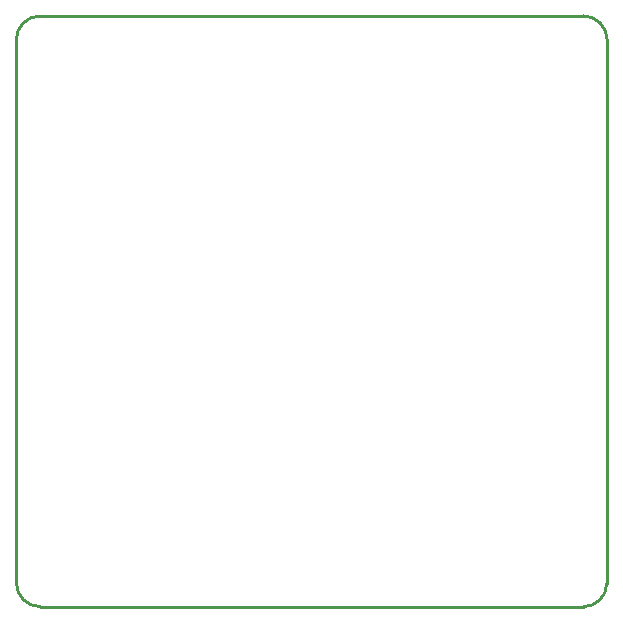
<source format=gbo>
G04 Layer_Color=13813960*
%FSLAX23Y23*%
%MOIN*%
G70*
G01*
G75*
%ADD23C,0.010*%
D23*
X79Y1969D02*
G03*
X-0Y1890I-0J-79D01*
G01*
X1969D02*
G03*
X1890Y1969I-79J0D01*
G01*
X1891Y0D02*
G03*
X1969Y77I0J77D01*
G01*
X-0Y79D02*
G03*
X79Y-0I79J-0D01*
G01*
Y1969D02*
X1890D01*
X0Y79D02*
Y1890D01*
X1969Y77D02*
Y1890D01*
X79Y0D02*
X1891D01*
M02*

</source>
